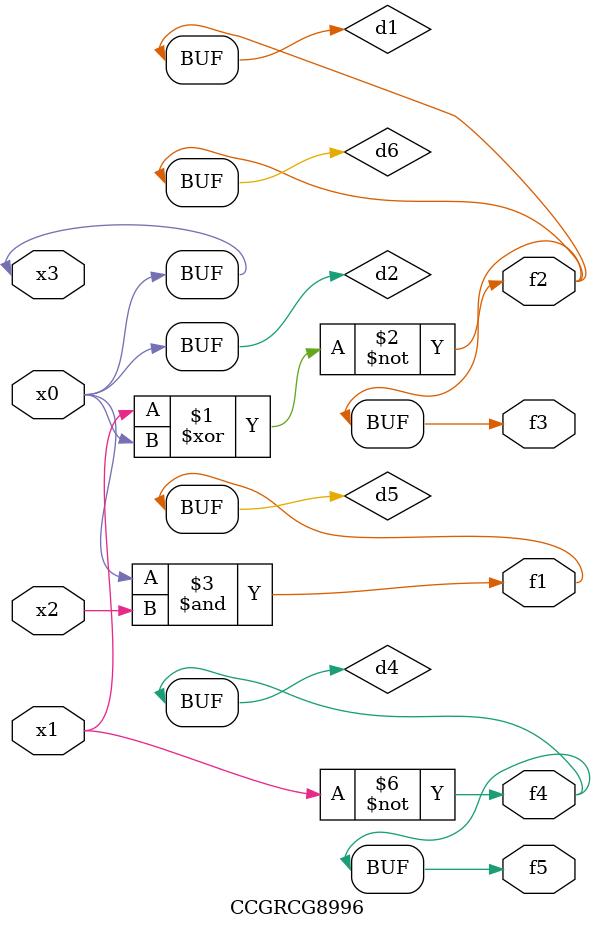
<source format=v>
module CCGRCG8996(
	input x0, x1, x2, x3,
	output f1, f2, f3, f4, f5
);

	wire d1, d2, d3, d4, d5, d6;

	xnor (d1, x1, x3);
	buf (d2, x0, x3);
	nand (d3, x0, x2);
	not (d4, x1);
	nand (d5, d3);
	or (d6, d1);
	assign f1 = d5;
	assign f2 = d6;
	assign f3 = d6;
	assign f4 = d4;
	assign f5 = d4;
endmodule

</source>
